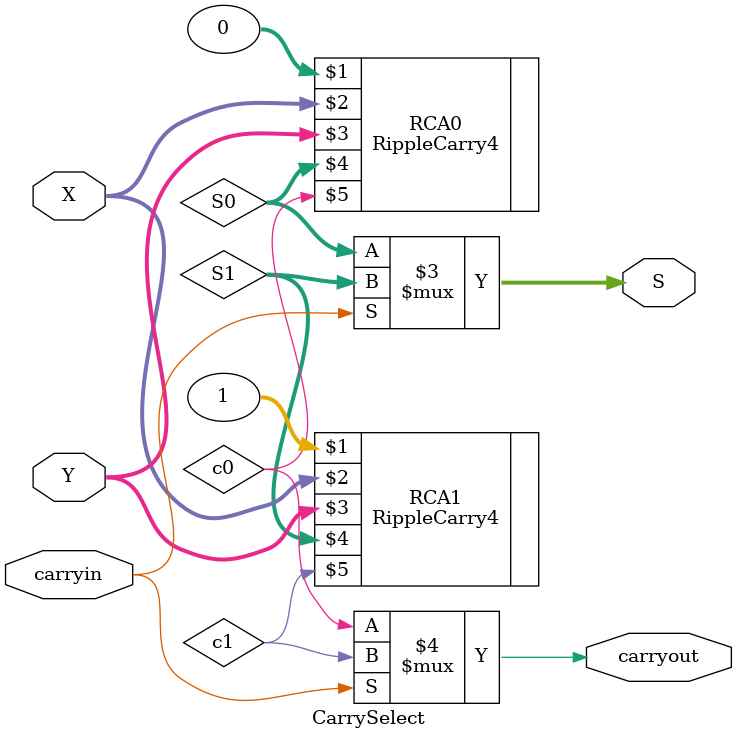
<source format=v>
`timescale 1ns / 1ns


module CarrySelect (
  carryin, X, Y, S, carryout
);
  input carryin;
  input [3:0] X, Y;
  output [3:0] S;
  output carryout;

  wire [3:0] S0, S1;
  wire c0, c1;

  RippleCarry4 RCA0 (0, X, Y, S0, c0);
  RippleCarry4 RCA1 (1, X, Y, S1, c1);

  assign S       = (carryin) ? S1 : S0;
  assign carryout = (carryin) ? c1 : c0;
endmodule

</source>
